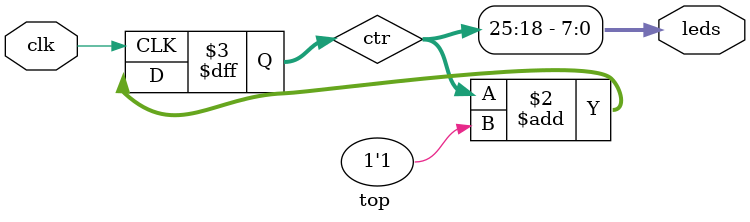
<source format=v>
module top(input clk, output reg [7:0] leds);

reg [25:0] ctr;
always @(posedge clk)
	ctr <= ctr + 1'b1;

assign leds = ctr[25:18];

endmodule
</source>
